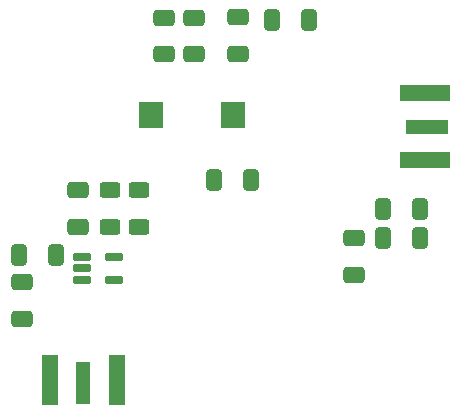
<source format=gbr>
%TF.GenerationSoftware,KiCad,Pcbnew,8.99.0-unknown-e538b98286~178~ubuntu22.04.1*%
%TF.CreationDate,2024-04-14T11:06:52+05:30*%
%TF.ProjectId,HF-PA-v10,48462d50-412d-4763-9130-2e6b69636164,rev?*%
%TF.SameCoordinates,Original*%
%TF.FileFunction,Paste,Top*%
%TF.FilePolarity,Positive*%
%FSLAX46Y46*%
G04 Gerber Fmt 4.6, Leading zero omitted, Abs format (unit mm)*
G04 Created by KiCad (PCBNEW 8.99.0-unknown-e538b98286~178~ubuntu22.04.1) date 2024-04-14 11:06:52*
%MOMM*%
%LPD*%
G01*
G04 APERTURE LIST*
G04 Aperture macros list*
%AMRoundRect*
0 Rectangle with rounded corners*
0 $1 Rounding radius*
0 $2 $3 $4 $5 $6 $7 $8 $9 X,Y pos of 4 corners*
0 Add a 4 corners polygon primitive as box body*
4,1,4,$2,$3,$4,$5,$6,$7,$8,$9,$2,$3,0*
0 Add four circle primitives for the rounded corners*
1,1,$1+$1,$2,$3*
1,1,$1+$1,$4,$5*
1,1,$1+$1,$6,$7*
1,1,$1+$1,$8,$9*
0 Add four rect primitives between the rounded corners*
20,1,$1+$1,$2,$3,$4,$5,0*
20,1,$1+$1,$4,$5,$6,$7,0*
20,1,$1+$1,$6,$7,$8,$9,0*
20,1,$1+$1,$8,$9,$2,$3,0*%
G04 Aperture macros list end*
%ADD10RoundRect,0.250000X-0.412500X-0.650000X0.412500X-0.650000X0.412500X0.650000X-0.412500X0.650000X0*%
%ADD11RoundRect,0.250000X0.412500X0.650000X-0.412500X0.650000X-0.412500X-0.650000X0.412500X-0.650000X0*%
%ADD12RoundRect,0.250000X-0.650000X0.412500X-0.650000X-0.412500X0.650000X-0.412500X0.650000X0.412500X0*%
%ADD13R,3.600000X1.270000*%
%ADD14R,4.200000X1.350000*%
%ADD15RoundRect,0.250000X0.650000X-0.412500X0.650000X0.412500X-0.650000X0.412500X-0.650000X-0.412500X0*%
%ADD16R,1.270000X3.600000*%
%ADD17R,1.350000X4.200000*%
%ADD18RoundRect,0.162500X-0.617500X-0.162500X0.617500X-0.162500X0.617500X0.162500X-0.617500X0.162500X0*%
%ADD19RoundRect,0.250000X-0.625000X0.400000X-0.625000X-0.400000X0.625000X-0.400000X0.625000X0.400000X0*%
%ADD20R,2.050000X2.200000*%
G04 APERTURE END LIST*
D10*
%TO.C,C9*%
X173222500Y-96330000D03*
X170097500Y-96330000D03*
%TD*%
D11*
%TO.C,C7*%
X189752500Y-89990000D03*
X186627500Y-89990000D03*
%TD*%
D12*
%TO.C,C17*%
X184930000Y-76230000D03*
X184930000Y-79355000D03*
%TD*%
D13*
%TO.C,RF_OUT1*%
X204677500Y-85460000D03*
D14*
X204477500Y-88285000D03*
X204477500Y-82635000D03*
%TD*%
D12*
%TO.C,C14*%
X188650000Y-76207500D03*
X188650000Y-79332500D03*
%TD*%
D15*
%TO.C,C4*%
X175110000Y-93962500D03*
X175110000Y-90837500D03*
%TD*%
D10*
%TO.C,C1*%
X200917500Y-92420000D03*
X204042500Y-92420000D03*
%TD*%
D16*
%TO.C,RF_IN1*%
X175570000Y-107140000D03*
D17*
X172745000Y-106940000D03*
X178395000Y-106940000D03*
%TD*%
D15*
%TO.C,C3*%
X182350000Y-79352500D03*
X182350000Y-76227500D03*
%TD*%
D18*
%TO.C,U2*%
X175440000Y-96522500D03*
X175440000Y-97472500D03*
X175440000Y-98422500D03*
X178140000Y-98422500D03*
X178140000Y-96522500D03*
%TD*%
D10*
%TO.C,C6*%
X191507500Y-76460000D03*
X194632500Y-76460000D03*
%TD*%
%TO.C,C2*%
X200910000Y-94930000D03*
X204035000Y-94930000D03*
%TD*%
D12*
%TO.C,C8*%
X170340000Y-98597500D03*
X170340000Y-101722500D03*
%TD*%
%TO.C,C10*%
X198490000Y-94907500D03*
X198490000Y-98032500D03*
%TD*%
D19*
%TO.C,R2*%
X177860000Y-90840000D03*
X177860000Y-93940000D03*
%TD*%
%TO.C,R3*%
X180300000Y-90870000D03*
X180300000Y-93970000D03*
%TD*%
D20*
%TO.C,L3*%
X188205000Y-84520000D03*
X181255000Y-84520000D03*
%TD*%
M02*

</source>
